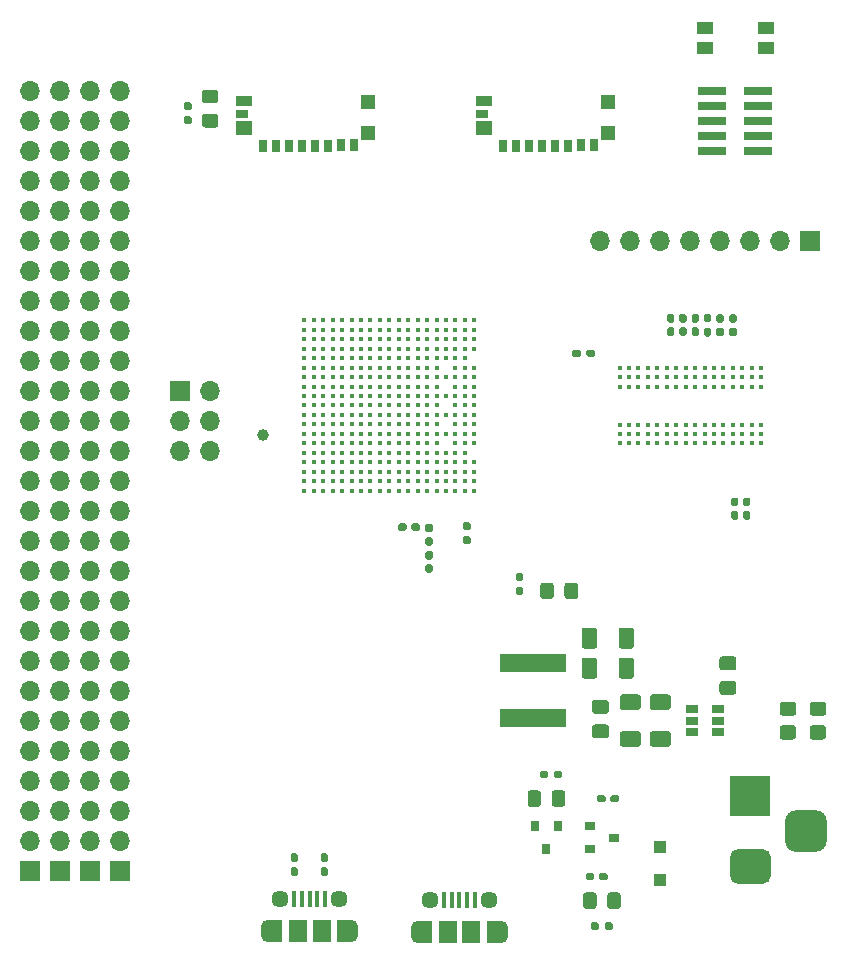
<source format=gbr>
%TF.GenerationSoftware,KiCad,Pcbnew,(5.1.8-0-10_14)*%
%TF.CreationDate,2020-12-08T12:39:33+00:00*%
%TF.ProjectId,STM32MP1_TestBoard,53544d33-324d-4503-915f-54657374426f,rev?*%
%TF.SameCoordinates,Original*%
%TF.FileFunction,Soldermask,Top*%
%TF.FilePolarity,Negative*%
%FSLAX46Y46*%
G04 Gerber Fmt 4.6, Leading zero omitted, Abs format (unit mm)*
G04 Created by KiCad (PCBNEW (5.1.8-0-10_14)) date 2020-12-08 12:39:33*
%MOMM*%
%LPD*%
G01*
G04 APERTURE LIST*
%ADD10O,1.700000X1.700000*%
%ADD11R,1.700000X1.700000*%
%ADD12C,0.400000*%
%ADD13C,1.000000*%
%ADD14R,3.500000X3.500000*%
%ADD15R,1.100000X1.100000*%
%ADD16R,1.200000X1.900000*%
%ADD17O,1.200000X1.900000*%
%ADD18R,1.500000X1.900000*%
%ADD19C,1.450000*%
%ADD20R,0.400000X1.350000*%
%ADD21R,1.060000X0.650000*%
%ADD22R,0.900000X0.800000*%
%ADD23R,1.450000X1.000000*%
%ADD24R,0.800000X0.900000*%
%ADD25R,5.700000X1.600000*%
%ADD26R,1.000000X0.700000*%
%ADD27R,1.400000X0.900000*%
%ADD28R,1.400000X1.200000*%
%ADD29R,1.200000X1.150000*%
%ADD30R,0.700000X1.000000*%
%ADD31R,2.400000X0.740000*%
G04 APERTURE END LIST*
D10*
%TO.C,J7*%
X177800000Y-88900000D03*
X180340000Y-88900000D03*
X182880000Y-88900000D03*
X185420000Y-88900000D03*
X187960000Y-88900000D03*
X190500000Y-88900000D03*
X193040000Y-88900000D03*
D11*
X195580000Y-88900000D03*
%TD*%
D12*
%TO.C,U1*%
X167131000Y-110057000D03*
X167131000Y-109257000D03*
X167131000Y-108457000D03*
X167131000Y-107657000D03*
X167131000Y-106057000D03*
X167131000Y-105257000D03*
X167131000Y-104457000D03*
X167131000Y-103657000D03*
X167131000Y-102857000D03*
X167131000Y-102057000D03*
X167131000Y-101257000D03*
X167131000Y-100457000D03*
X167131000Y-99657000D03*
X167131000Y-98057000D03*
X167131000Y-97257000D03*
X167131000Y-96457000D03*
X167131000Y-95657000D03*
X166331000Y-110057000D03*
X166331000Y-109257000D03*
X166331000Y-108457000D03*
X166331000Y-107657000D03*
X166331000Y-106857000D03*
X166331000Y-106057000D03*
X166331000Y-105257000D03*
X166331000Y-104457000D03*
X166331000Y-103657000D03*
X166331000Y-102857000D03*
X166331000Y-102057000D03*
X166331000Y-101257000D03*
X166331000Y-100457000D03*
X166331000Y-99657000D03*
X166331000Y-98857000D03*
X166331000Y-98057000D03*
X166331000Y-97257000D03*
X166331000Y-96457000D03*
X166331000Y-95657000D03*
X165531000Y-110057000D03*
X165531000Y-109257000D03*
X165531000Y-108457000D03*
X165531000Y-107657000D03*
X165531000Y-106857000D03*
X165531000Y-106057000D03*
X165531000Y-105257000D03*
X165531000Y-104457000D03*
X165531000Y-103657000D03*
X165531000Y-102857000D03*
X165531000Y-102057000D03*
X165531000Y-101257000D03*
X165531000Y-100457000D03*
X165531000Y-99657000D03*
X165531000Y-98857000D03*
X165531000Y-98057000D03*
X165531000Y-97257000D03*
X165531000Y-96457000D03*
X165531000Y-95657000D03*
X164731000Y-110057000D03*
X164731000Y-109257000D03*
X164731000Y-108457000D03*
X164731000Y-107657000D03*
X164731000Y-106857000D03*
X164731000Y-105257000D03*
X164731000Y-103657000D03*
X164731000Y-102057000D03*
X164731000Y-100457000D03*
X164731000Y-98857000D03*
X164731000Y-98057000D03*
X164731000Y-97257000D03*
X164731000Y-96457000D03*
X164731000Y-95657000D03*
X163931000Y-110057000D03*
X163931000Y-109257000D03*
X163931000Y-108457000D03*
X163931000Y-107657000D03*
X163931000Y-106857000D03*
X163931000Y-106057000D03*
X163931000Y-105257000D03*
X163931000Y-104457000D03*
X163931000Y-103657000D03*
X163931000Y-102857000D03*
X163931000Y-102057000D03*
X163931000Y-101257000D03*
X163931000Y-100457000D03*
X163931000Y-99657000D03*
X163931000Y-98857000D03*
X163931000Y-98057000D03*
X163931000Y-97257000D03*
X163931000Y-96457000D03*
X163931000Y-95657000D03*
X163131000Y-110057000D03*
X163131000Y-109257000D03*
X163131000Y-108457000D03*
X163131000Y-107657000D03*
X163131000Y-106857000D03*
X163131000Y-106057000D03*
X163131000Y-105257000D03*
X163131000Y-104457000D03*
X163131000Y-103657000D03*
X163131000Y-102857000D03*
X163131000Y-102057000D03*
X163131000Y-101257000D03*
X163131000Y-100457000D03*
X163131000Y-99657000D03*
X163131000Y-98857000D03*
X163131000Y-98057000D03*
X163131000Y-97257000D03*
X163131000Y-96457000D03*
X163131000Y-95657000D03*
X162331000Y-110057000D03*
X162331000Y-109257000D03*
X162331000Y-108457000D03*
X162331000Y-107657000D03*
X162331000Y-106857000D03*
X162331000Y-106057000D03*
X162331000Y-105257000D03*
X162331000Y-104457000D03*
X162331000Y-103657000D03*
X162331000Y-102857000D03*
X162331000Y-102057000D03*
X162331000Y-101257000D03*
X162331000Y-100457000D03*
X162331000Y-99657000D03*
X162331000Y-98857000D03*
X162331000Y-98057000D03*
X162331000Y-97257000D03*
X162331000Y-96457000D03*
X162331000Y-95657000D03*
X161531000Y-110057000D03*
X161531000Y-109257000D03*
X161531000Y-108457000D03*
X161531000Y-107657000D03*
X161531000Y-106857000D03*
X161531000Y-106057000D03*
X161531000Y-105257000D03*
X161531000Y-104457000D03*
X161531000Y-103657000D03*
X161531000Y-102857000D03*
X161531000Y-102057000D03*
X161531000Y-101257000D03*
X161531000Y-100457000D03*
X161531000Y-99657000D03*
X161531000Y-98857000D03*
X161531000Y-98057000D03*
X161531000Y-97257000D03*
X161531000Y-96457000D03*
X161531000Y-95657000D03*
X160731000Y-110057000D03*
X160731000Y-109257000D03*
X160731000Y-108457000D03*
X160731000Y-107657000D03*
X160731000Y-106857000D03*
X160731000Y-106057000D03*
X160731000Y-105257000D03*
X160731000Y-104457000D03*
X160731000Y-103657000D03*
X160731000Y-102857000D03*
X160731000Y-102057000D03*
X160731000Y-101257000D03*
X160731000Y-100457000D03*
X160731000Y-99657000D03*
X160731000Y-98857000D03*
X160731000Y-98057000D03*
X160731000Y-97257000D03*
X160731000Y-96457000D03*
X160731000Y-95657000D03*
X159931000Y-110057000D03*
X159931000Y-109257000D03*
X159931000Y-108457000D03*
X159931000Y-107657000D03*
X159931000Y-106857000D03*
X159931000Y-106057000D03*
X159931000Y-105257000D03*
X159931000Y-104457000D03*
X159931000Y-103657000D03*
X159931000Y-102857000D03*
X159931000Y-102057000D03*
X159931000Y-101257000D03*
X159931000Y-100457000D03*
X159931000Y-99657000D03*
X159931000Y-98857000D03*
X159931000Y-98057000D03*
X159931000Y-97257000D03*
X159931000Y-96457000D03*
X159931000Y-95657000D03*
X159131000Y-110057000D03*
X159131000Y-109257000D03*
X159131000Y-108457000D03*
X159131000Y-107657000D03*
X159131000Y-106857000D03*
X159131000Y-106057000D03*
X159131000Y-105257000D03*
X159131000Y-104457000D03*
X159131000Y-103657000D03*
X159131000Y-102857000D03*
X159131000Y-102057000D03*
X159131000Y-101257000D03*
X159131000Y-100457000D03*
X159131000Y-99657000D03*
X159131000Y-98857000D03*
X159131000Y-98057000D03*
X159131000Y-97257000D03*
X159131000Y-96457000D03*
X159131000Y-95657000D03*
X158331000Y-110057000D03*
X158331000Y-109257000D03*
X158331000Y-108457000D03*
X158331000Y-107657000D03*
X158331000Y-106857000D03*
X158331000Y-106057000D03*
X158331000Y-105257000D03*
X158331000Y-104457000D03*
X158331000Y-103657000D03*
X158331000Y-102857000D03*
X158331000Y-102057000D03*
X158331000Y-101257000D03*
X158331000Y-100457000D03*
X158331000Y-99657000D03*
X158331000Y-98857000D03*
X158331000Y-98057000D03*
X158331000Y-97257000D03*
X158331000Y-96457000D03*
X158331000Y-95657000D03*
X157531000Y-110057000D03*
X157531000Y-109257000D03*
X157531000Y-108457000D03*
X157531000Y-107657000D03*
X157531000Y-106857000D03*
X157531000Y-106057000D03*
X157531000Y-105257000D03*
X157531000Y-104457000D03*
X157531000Y-103657000D03*
X157531000Y-102857000D03*
X157531000Y-102057000D03*
X157531000Y-101257000D03*
X157531000Y-100457000D03*
X157531000Y-99657000D03*
X157531000Y-98857000D03*
X157531000Y-98057000D03*
X157531000Y-97257000D03*
X157531000Y-96457000D03*
X157531000Y-95657000D03*
X156731000Y-110057000D03*
X156731000Y-109257000D03*
X156731000Y-108457000D03*
X156731000Y-107657000D03*
X156731000Y-106857000D03*
X156731000Y-106057000D03*
X156731000Y-105257000D03*
X156731000Y-104457000D03*
X156731000Y-103657000D03*
X156731000Y-102857000D03*
X156731000Y-102057000D03*
X156731000Y-101257000D03*
X156731000Y-100457000D03*
X156731000Y-99657000D03*
X156731000Y-98857000D03*
X156731000Y-98057000D03*
X156731000Y-97257000D03*
X156731000Y-96457000D03*
X156731000Y-95657000D03*
X155931000Y-110057000D03*
X155931000Y-109257000D03*
X155931000Y-108457000D03*
X155931000Y-107657000D03*
X155931000Y-106857000D03*
X155931000Y-106057000D03*
X155931000Y-105257000D03*
X155931000Y-104457000D03*
X155931000Y-103657000D03*
X155931000Y-102857000D03*
X155931000Y-102057000D03*
X155931000Y-101257000D03*
X155931000Y-100457000D03*
X155931000Y-99657000D03*
X155931000Y-98857000D03*
X155931000Y-98057000D03*
X155931000Y-97257000D03*
X155931000Y-96457000D03*
X155931000Y-95657000D03*
X155131000Y-110057000D03*
X155131000Y-109257000D03*
X155131000Y-108457000D03*
X155131000Y-107657000D03*
X155131000Y-106857000D03*
X155131000Y-106057000D03*
X155131000Y-105257000D03*
X155131000Y-104457000D03*
X155131000Y-103657000D03*
X155131000Y-102857000D03*
X155131000Y-102057000D03*
X155131000Y-101257000D03*
X155131000Y-100457000D03*
X155131000Y-99657000D03*
X155131000Y-98857000D03*
X155131000Y-98057000D03*
X155131000Y-97257000D03*
X155131000Y-96457000D03*
X155131000Y-95657000D03*
X154331000Y-110057000D03*
X154331000Y-109257000D03*
X154331000Y-108457000D03*
X154331000Y-107657000D03*
X154331000Y-106857000D03*
X154331000Y-106057000D03*
X154331000Y-105257000D03*
X154331000Y-104457000D03*
X154331000Y-103657000D03*
X154331000Y-102857000D03*
X154331000Y-102057000D03*
X154331000Y-101257000D03*
X154331000Y-100457000D03*
X154331000Y-99657000D03*
X154331000Y-98857000D03*
X154331000Y-98057000D03*
X154331000Y-97257000D03*
X154331000Y-96457000D03*
X154331000Y-95657000D03*
X153531000Y-110057000D03*
X153531000Y-109257000D03*
X153531000Y-108457000D03*
X153531000Y-107657000D03*
X153531000Y-106857000D03*
X153531000Y-106057000D03*
X153531000Y-105257000D03*
X153531000Y-104457000D03*
X153531000Y-103657000D03*
X153531000Y-102857000D03*
X153531000Y-102057000D03*
X153531000Y-101257000D03*
X153531000Y-100457000D03*
X153531000Y-99657000D03*
X153531000Y-98857000D03*
X153531000Y-98057000D03*
X153531000Y-97257000D03*
X153531000Y-96457000D03*
X153531000Y-95657000D03*
X152731000Y-110057000D03*
X152731000Y-109257000D03*
X152731000Y-108457000D03*
X152731000Y-107657000D03*
X152731000Y-106857000D03*
X152731000Y-106057000D03*
X152731000Y-105257000D03*
X152731000Y-104457000D03*
X152731000Y-103657000D03*
X152731000Y-102857000D03*
X152731000Y-102057000D03*
X152731000Y-101257000D03*
X152731000Y-100457000D03*
X152731000Y-99657000D03*
X152731000Y-98857000D03*
X152731000Y-98057000D03*
X152731000Y-97257000D03*
X152731000Y-96457000D03*
X152731000Y-95657000D03*
%TD*%
D13*
%TO.C,TP1*%
X149199600Y-105359200D03*
%TD*%
%TO.C,R20*%
G36*
G01*
X171102000Y-117743000D02*
X170782000Y-117743000D01*
G75*
G02*
X170622000Y-117583000I0J160000D01*
G01*
X170622000Y-117188000D01*
G75*
G02*
X170782000Y-117028000I160000J0D01*
G01*
X171102000Y-117028000D01*
G75*
G02*
X171262000Y-117188000I0J-160000D01*
G01*
X171262000Y-117583000D01*
G75*
G02*
X171102000Y-117743000I-160000J0D01*
G01*
G37*
G36*
G01*
X171102000Y-118938000D02*
X170782000Y-118938000D01*
G75*
G02*
X170622000Y-118778000I0J160000D01*
G01*
X170622000Y-118383000D01*
G75*
G02*
X170782000Y-118223000I160000J0D01*
G01*
X171102000Y-118223000D01*
G75*
G02*
X171262000Y-118383000I0J-160000D01*
G01*
X171262000Y-118778000D01*
G75*
G02*
X171102000Y-118938000I-160000J0D01*
G01*
G37*
%TD*%
%TO.C,R19*%
G36*
G01*
X177687000Y-146779000D02*
X177687000Y-147099000D01*
G75*
G02*
X177527000Y-147259000I-160000J0D01*
G01*
X177132000Y-147259000D01*
G75*
G02*
X176972000Y-147099000I0J160000D01*
G01*
X176972000Y-146779000D01*
G75*
G02*
X177132000Y-146619000I160000J0D01*
G01*
X177527000Y-146619000D01*
G75*
G02*
X177687000Y-146779000I0J-160000D01*
G01*
G37*
G36*
G01*
X178882000Y-146779000D02*
X178882000Y-147099000D01*
G75*
G02*
X178722000Y-147259000I-160000J0D01*
G01*
X178327000Y-147259000D01*
G75*
G02*
X178167000Y-147099000I0J160000D01*
G01*
X178167000Y-146779000D01*
G75*
G02*
X178327000Y-146619000I160000J0D01*
G01*
X178722000Y-146619000D01*
G75*
G02*
X178882000Y-146779000I0J-160000D01*
G01*
G37*
%TD*%
%TO.C,R18*%
G36*
G01*
X173369000Y-133952000D02*
X173369000Y-134272000D01*
G75*
G02*
X173209000Y-134432000I-160000J0D01*
G01*
X172814000Y-134432000D01*
G75*
G02*
X172654000Y-134272000I0J160000D01*
G01*
X172654000Y-133952000D01*
G75*
G02*
X172814000Y-133792000I160000J0D01*
G01*
X173209000Y-133792000D01*
G75*
G02*
X173369000Y-133952000I0J-160000D01*
G01*
G37*
G36*
G01*
X174564000Y-133952000D02*
X174564000Y-134272000D01*
G75*
G02*
X174404000Y-134432000I-160000J0D01*
G01*
X174009000Y-134432000D01*
G75*
G02*
X173849000Y-134272000I0J160000D01*
G01*
X173849000Y-133952000D01*
G75*
G02*
X174009000Y-133792000I160000J0D01*
G01*
X174404000Y-133792000D01*
G75*
G02*
X174564000Y-133952000I0J-160000D01*
G01*
G37*
%TD*%
%TO.C,D5*%
G36*
G01*
X174757500Y-119004501D02*
X174757500Y-118104499D01*
G75*
G02*
X175007499Y-117854500I249999J0D01*
G01*
X175657501Y-117854500D01*
G75*
G02*
X175907500Y-118104499I0J-249999D01*
G01*
X175907500Y-119004501D01*
G75*
G02*
X175657501Y-119254500I-249999J0D01*
G01*
X175007499Y-119254500D01*
G75*
G02*
X174757500Y-119004501I0J249999D01*
G01*
G37*
G36*
G01*
X172707500Y-119004501D02*
X172707500Y-118104499D01*
G75*
G02*
X172957499Y-117854500I249999J0D01*
G01*
X173607501Y-117854500D01*
G75*
G02*
X173857500Y-118104499I0J-249999D01*
G01*
X173857500Y-119004501D01*
G75*
G02*
X173607501Y-119254500I-249999J0D01*
G01*
X172957499Y-119254500D01*
G75*
G02*
X172707500Y-119004501I0J249999D01*
G01*
G37*
%TD*%
%TO.C,D4*%
G36*
G01*
X177477000Y-144329999D02*
X177477000Y-145230001D01*
G75*
G02*
X177227001Y-145480000I-249999J0D01*
G01*
X176576999Y-145480000D01*
G75*
G02*
X176327000Y-145230001I0J249999D01*
G01*
X176327000Y-144329999D01*
G75*
G02*
X176576999Y-144080000I249999J0D01*
G01*
X177227001Y-144080000D01*
G75*
G02*
X177477000Y-144329999I0J-249999D01*
G01*
G37*
G36*
G01*
X179527000Y-144329999D02*
X179527000Y-145230001D01*
G75*
G02*
X179277001Y-145480000I-249999J0D01*
G01*
X178626999Y-145480000D01*
G75*
G02*
X178377000Y-145230001I0J249999D01*
G01*
X178377000Y-144329999D01*
G75*
G02*
X178626999Y-144080000I249999J0D01*
G01*
X179277001Y-144080000D01*
G75*
G02*
X179527000Y-144329999I0J-249999D01*
G01*
G37*
%TD*%
%TO.C,D3*%
G36*
G01*
X172778000Y-135693999D02*
X172778000Y-136594001D01*
G75*
G02*
X172528001Y-136844000I-249999J0D01*
G01*
X171877999Y-136844000D01*
G75*
G02*
X171628000Y-136594001I0J249999D01*
G01*
X171628000Y-135693999D01*
G75*
G02*
X171877999Y-135444000I249999J0D01*
G01*
X172528001Y-135444000D01*
G75*
G02*
X172778000Y-135693999I0J-249999D01*
G01*
G37*
G36*
G01*
X174828000Y-135693999D02*
X174828000Y-136594001D01*
G75*
G02*
X174578001Y-136844000I-249999J0D01*
G01*
X173927999Y-136844000D01*
G75*
G02*
X173678000Y-136594001I0J249999D01*
G01*
X173678000Y-135693999D01*
G75*
G02*
X173927999Y-135444000I249999J0D01*
G01*
X174578001Y-135444000D01*
G75*
G02*
X174828000Y-135693999I0J-249999D01*
G01*
G37*
%TD*%
%TO.C,J9*%
G36*
G01*
X196075000Y-140640000D02*
X194325000Y-140640000D01*
G75*
G02*
X193450000Y-139765000I0J875000D01*
G01*
X193450000Y-138015000D01*
G75*
G02*
X194325000Y-137140000I875000J0D01*
G01*
X196075000Y-137140000D01*
G75*
G02*
X196950000Y-138015000I0J-875000D01*
G01*
X196950000Y-139765000D01*
G75*
G02*
X196075000Y-140640000I-875000J0D01*
G01*
G37*
G36*
G01*
X191500000Y-143390000D02*
X189500000Y-143390000D01*
G75*
G02*
X188750000Y-142640000I0J750000D01*
G01*
X188750000Y-141140000D01*
G75*
G02*
X189500000Y-140390000I750000J0D01*
G01*
X191500000Y-140390000D01*
G75*
G02*
X192250000Y-141140000I0J-750000D01*
G01*
X192250000Y-142640000D01*
G75*
G02*
X191500000Y-143390000I-750000J0D01*
G01*
G37*
D14*
X190500000Y-135890000D03*
%TD*%
D15*
%TO.C,D2*%
X182880000Y-143005000D03*
X182880000Y-140205000D03*
%TD*%
%TO.C,C57*%
G36*
G01*
X185981400Y-96972400D02*
X185671400Y-96972400D01*
G75*
G02*
X185516400Y-96817400I0J155000D01*
G01*
X185516400Y-96392400D01*
G75*
G02*
X185671400Y-96237400I155000J0D01*
G01*
X185981400Y-96237400D01*
G75*
G02*
X186136400Y-96392400I0J-155000D01*
G01*
X186136400Y-96817400D01*
G75*
G02*
X185981400Y-96972400I-155000J0D01*
G01*
G37*
G36*
G01*
X185981400Y-95837400D02*
X185671400Y-95837400D01*
G75*
G02*
X185516400Y-95682400I0J155000D01*
G01*
X185516400Y-95257400D01*
G75*
G02*
X185671400Y-95102400I155000J0D01*
G01*
X185981400Y-95102400D01*
G75*
G02*
X186136400Y-95257400I0J-155000D01*
G01*
X186136400Y-95682400D01*
G75*
G02*
X185981400Y-95837400I-155000J0D01*
G01*
G37*
%TD*%
%TO.C,C40*%
G36*
G01*
X189024200Y-110647200D02*
X189334200Y-110647200D01*
G75*
G02*
X189489200Y-110802200I0J-155000D01*
G01*
X189489200Y-111227200D01*
G75*
G02*
X189334200Y-111382200I-155000J0D01*
G01*
X189024200Y-111382200D01*
G75*
G02*
X188869200Y-111227200I0J155000D01*
G01*
X188869200Y-110802200D01*
G75*
G02*
X189024200Y-110647200I155000J0D01*
G01*
G37*
G36*
G01*
X189024200Y-111782200D02*
X189334200Y-111782200D01*
G75*
G02*
X189489200Y-111937200I0J-155000D01*
G01*
X189489200Y-112362200D01*
G75*
G02*
X189334200Y-112517200I-155000J0D01*
G01*
X189024200Y-112517200D01*
G75*
G02*
X188869200Y-112362200I0J155000D01*
G01*
X188869200Y-111937200D01*
G75*
G02*
X189024200Y-111782200I155000J0D01*
G01*
G37*
%TD*%
%TO.C,R15*%
G36*
G01*
X175422600Y-98610400D02*
X175422600Y-98290400D01*
G75*
G02*
X175582600Y-98130400I160000J0D01*
G01*
X175977600Y-98130400D01*
G75*
G02*
X176137600Y-98290400I0J-160000D01*
G01*
X176137600Y-98610400D01*
G75*
G02*
X175977600Y-98770400I-160000J0D01*
G01*
X175582600Y-98770400D01*
G75*
G02*
X175422600Y-98610400I0J160000D01*
G01*
G37*
G36*
G01*
X176617600Y-98610400D02*
X176617600Y-98290400D01*
G75*
G02*
X176777600Y-98130400I160000J0D01*
G01*
X177172600Y-98130400D01*
G75*
G02*
X177332600Y-98290400I0J-160000D01*
G01*
X177332600Y-98610400D01*
G75*
G02*
X177172600Y-98770400I-160000J0D01*
G01*
X176777600Y-98770400D01*
G75*
G02*
X176617600Y-98610400I0J160000D01*
G01*
G37*
%TD*%
%TO.C,C62*%
G36*
G01*
X183898600Y-96972400D02*
X183588600Y-96972400D01*
G75*
G02*
X183433600Y-96817400I0J155000D01*
G01*
X183433600Y-96392400D01*
G75*
G02*
X183588600Y-96237400I155000J0D01*
G01*
X183898600Y-96237400D01*
G75*
G02*
X184053600Y-96392400I0J-155000D01*
G01*
X184053600Y-96817400D01*
G75*
G02*
X183898600Y-96972400I-155000J0D01*
G01*
G37*
G36*
G01*
X183898600Y-95837400D02*
X183588600Y-95837400D01*
G75*
G02*
X183433600Y-95682400I0J155000D01*
G01*
X183433600Y-95257400D01*
G75*
G02*
X183588600Y-95102400I155000J0D01*
G01*
X183898600Y-95102400D01*
G75*
G02*
X184053600Y-95257400I0J-155000D01*
G01*
X184053600Y-95682400D01*
G75*
G02*
X183898600Y-95837400I-155000J0D01*
G01*
G37*
%TD*%
D12*
%TO.C,U2*%
X191420000Y-99670000D03*
X191420000Y-100470000D03*
X191420000Y-101270000D03*
X191420000Y-104470000D03*
X191420000Y-105270000D03*
X191420000Y-106070000D03*
X190620000Y-99670000D03*
X190620000Y-100470000D03*
X190620000Y-101270000D03*
X190620000Y-104470000D03*
X190620000Y-105270000D03*
X190620000Y-106070000D03*
X189820000Y-99670000D03*
X189820000Y-100470000D03*
X189820000Y-101270000D03*
X189820000Y-104470000D03*
X189820000Y-105270000D03*
X189820000Y-106070000D03*
X189020000Y-99670000D03*
X189020000Y-100470000D03*
X189020000Y-101270000D03*
X189020000Y-104470000D03*
X189020000Y-105270000D03*
X189020000Y-106070000D03*
X188220000Y-99670000D03*
X188220000Y-100470000D03*
X188220000Y-101270000D03*
X188220000Y-104470000D03*
X188220000Y-105270000D03*
X188220000Y-106070000D03*
X187420000Y-99670000D03*
X187420000Y-100470000D03*
X187420000Y-101270000D03*
X187420000Y-104470000D03*
X187420000Y-105270000D03*
X187420000Y-106070000D03*
X186620000Y-99670000D03*
X186620000Y-100470000D03*
X186620000Y-101270000D03*
X186620000Y-104470000D03*
X186620000Y-105270000D03*
X186620000Y-106070000D03*
X185820000Y-99670000D03*
X185820000Y-100470000D03*
X185820000Y-101270000D03*
X185820000Y-104470000D03*
X185820000Y-105270000D03*
X185820000Y-106070000D03*
X185020000Y-99670000D03*
X185020000Y-100470000D03*
X185020000Y-101270000D03*
X185020000Y-104470000D03*
X185020000Y-105270000D03*
X185020000Y-106070000D03*
X184220000Y-99670000D03*
X184220000Y-100470000D03*
X184220000Y-101270000D03*
X184220000Y-104470000D03*
X184220000Y-105270000D03*
X184220000Y-106070000D03*
X183420000Y-99670000D03*
X183420000Y-100470000D03*
X183420000Y-101270000D03*
X183420000Y-104470000D03*
X183420000Y-105270000D03*
X183420000Y-106070000D03*
X182620000Y-99670000D03*
X182620000Y-100470000D03*
X182620000Y-101270000D03*
X182620000Y-104470000D03*
X182620000Y-105270000D03*
X182620000Y-106070000D03*
X181820000Y-99670000D03*
X181820000Y-100470000D03*
X181820000Y-101270000D03*
X181820000Y-104470000D03*
X181820000Y-105270000D03*
X181820000Y-106070000D03*
X181020000Y-99670000D03*
X181020000Y-100470000D03*
X181020000Y-101270000D03*
X181020000Y-104470000D03*
X181020000Y-105270000D03*
X181020000Y-106070000D03*
X180220000Y-99670000D03*
X180220000Y-100470000D03*
X180220000Y-101270000D03*
X180220000Y-104470000D03*
X180220000Y-105270000D03*
X180220000Y-106070000D03*
X179420000Y-99670000D03*
X179420000Y-100470000D03*
X179420000Y-101270000D03*
X179420000Y-104470000D03*
X179420000Y-105270000D03*
X179420000Y-106070000D03*
%TD*%
%TO.C,C36*%
G36*
G01*
X189181800Y-96997800D02*
X188871800Y-96997800D01*
G75*
G02*
X188716800Y-96842800I0J155000D01*
G01*
X188716800Y-96417800D01*
G75*
G02*
X188871800Y-96262800I155000J0D01*
G01*
X189181800Y-96262800D01*
G75*
G02*
X189336800Y-96417800I0J-155000D01*
G01*
X189336800Y-96842800D01*
G75*
G02*
X189181800Y-96997800I-155000J0D01*
G01*
G37*
G36*
G01*
X189181800Y-95862800D02*
X188871800Y-95862800D01*
G75*
G02*
X188716800Y-95707800I0J155000D01*
G01*
X188716800Y-95282800D01*
G75*
G02*
X188871800Y-95127800I155000J0D01*
G01*
X189181800Y-95127800D01*
G75*
G02*
X189336800Y-95282800I0J-155000D01*
G01*
X189336800Y-95707800D01*
G75*
G02*
X189181800Y-95862800I-155000J0D01*
G01*
G37*
%TD*%
%TO.C,C52*%
G36*
G01*
X188089600Y-96997800D02*
X187779600Y-96997800D01*
G75*
G02*
X187624600Y-96842800I0J155000D01*
G01*
X187624600Y-96417800D01*
G75*
G02*
X187779600Y-96262800I155000J0D01*
G01*
X188089600Y-96262800D01*
G75*
G02*
X188244600Y-96417800I0J-155000D01*
G01*
X188244600Y-96842800D01*
G75*
G02*
X188089600Y-96997800I-155000J0D01*
G01*
G37*
G36*
G01*
X188089600Y-95862800D02*
X187779600Y-95862800D01*
G75*
G02*
X187624600Y-95707800I0J155000D01*
G01*
X187624600Y-95282800D01*
G75*
G02*
X187779600Y-95127800I155000J0D01*
G01*
X188089600Y-95127800D01*
G75*
G02*
X188244600Y-95282800I0J-155000D01*
G01*
X188244600Y-95707800D01*
G75*
G02*
X188089600Y-95862800I-155000J0D01*
G01*
G37*
%TD*%
%TO.C,C42*%
G36*
G01*
X190040200Y-110647200D02*
X190350200Y-110647200D01*
G75*
G02*
X190505200Y-110802200I0J-155000D01*
G01*
X190505200Y-111227200D01*
G75*
G02*
X190350200Y-111382200I-155000J0D01*
G01*
X190040200Y-111382200D01*
G75*
G02*
X189885200Y-111227200I0J155000D01*
G01*
X189885200Y-110802200D01*
G75*
G02*
X190040200Y-110647200I155000J0D01*
G01*
G37*
G36*
G01*
X190040200Y-111782200D02*
X190350200Y-111782200D01*
G75*
G02*
X190505200Y-111937200I0J-155000D01*
G01*
X190505200Y-112362200D01*
G75*
G02*
X190350200Y-112517200I-155000J0D01*
G01*
X190040200Y-112517200D01*
G75*
G02*
X189885200Y-112362200I0J155000D01*
G01*
X189885200Y-111937200D01*
G75*
G02*
X190040200Y-111782200I155000J0D01*
G01*
G37*
%TD*%
%TO.C,C65*%
G36*
G01*
X184940000Y-96972400D02*
X184630000Y-96972400D01*
G75*
G02*
X184475000Y-96817400I0J155000D01*
G01*
X184475000Y-96392400D01*
G75*
G02*
X184630000Y-96237400I155000J0D01*
G01*
X184940000Y-96237400D01*
G75*
G02*
X185095000Y-96392400I0J-155000D01*
G01*
X185095000Y-96817400D01*
G75*
G02*
X184940000Y-96972400I-155000J0D01*
G01*
G37*
G36*
G01*
X184940000Y-95837400D02*
X184630000Y-95837400D01*
G75*
G02*
X184475000Y-95682400I0J155000D01*
G01*
X184475000Y-95257400D01*
G75*
G02*
X184630000Y-95102400I155000J0D01*
G01*
X184940000Y-95102400D01*
G75*
G02*
X185095000Y-95257400I0J-155000D01*
G01*
X185095000Y-95682400D01*
G75*
G02*
X184940000Y-95837400I-155000J0D01*
G01*
G37*
%TD*%
%TO.C,R52*%
G36*
G01*
X187027800Y-97017800D02*
X186707800Y-97017800D01*
G75*
G02*
X186547800Y-96857800I0J160000D01*
G01*
X186547800Y-96462800D01*
G75*
G02*
X186707800Y-96302800I160000J0D01*
G01*
X187027800Y-96302800D01*
G75*
G02*
X187187800Y-96462800I0J-160000D01*
G01*
X187187800Y-96857800D01*
G75*
G02*
X187027800Y-97017800I-160000J0D01*
G01*
G37*
G36*
G01*
X187027800Y-95822800D02*
X186707800Y-95822800D01*
G75*
G02*
X186547800Y-95662800I0J160000D01*
G01*
X186547800Y-95267800D01*
G75*
G02*
X186707800Y-95107800I160000J0D01*
G01*
X187027800Y-95107800D01*
G75*
G02*
X187187800Y-95267800I0J-160000D01*
G01*
X187187800Y-95662800D01*
G75*
G02*
X187027800Y-95822800I-160000J0D01*
G01*
G37*
%TD*%
%TO.C,R17*%
G36*
G01*
X154272000Y-141972000D02*
X154592000Y-141972000D01*
G75*
G02*
X154752000Y-142132000I0J-160000D01*
G01*
X154752000Y-142527000D01*
G75*
G02*
X154592000Y-142687000I-160000J0D01*
G01*
X154272000Y-142687000D01*
G75*
G02*
X154112000Y-142527000I0J160000D01*
G01*
X154112000Y-142132000D01*
G75*
G02*
X154272000Y-141972000I160000J0D01*
G01*
G37*
G36*
G01*
X154272000Y-140777000D02*
X154592000Y-140777000D01*
G75*
G02*
X154752000Y-140937000I0J-160000D01*
G01*
X154752000Y-141332000D01*
G75*
G02*
X154592000Y-141492000I-160000J0D01*
G01*
X154272000Y-141492000D01*
G75*
G02*
X154112000Y-141332000I0J160000D01*
G01*
X154112000Y-140937000D01*
G75*
G02*
X154272000Y-140777000I160000J0D01*
G01*
G37*
%TD*%
%TO.C,R16*%
G36*
G01*
X151732000Y-141972000D02*
X152052000Y-141972000D01*
G75*
G02*
X152212000Y-142132000I0J-160000D01*
G01*
X152212000Y-142527000D01*
G75*
G02*
X152052000Y-142687000I-160000J0D01*
G01*
X151732000Y-142687000D01*
G75*
G02*
X151572000Y-142527000I0J160000D01*
G01*
X151572000Y-142132000D01*
G75*
G02*
X151732000Y-141972000I160000J0D01*
G01*
G37*
G36*
G01*
X151732000Y-140777000D02*
X152052000Y-140777000D01*
G75*
G02*
X152212000Y-140937000I0J-160000D01*
G01*
X152212000Y-141332000D01*
G75*
G02*
X152052000Y-141492000I-160000J0D01*
G01*
X151732000Y-141492000D01*
G75*
G02*
X151572000Y-141332000I0J160000D01*
G01*
X151572000Y-140937000D01*
G75*
G02*
X151732000Y-140777000I160000J0D01*
G01*
G37*
%TD*%
D16*
%TO.C,J8*%
X150287400Y-147338300D03*
X156087400Y-147338300D03*
D17*
X156687400Y-147338300D03*
X149687400Y-147338300D03*
D18*
X152187400Y-147338300D03*
D19*
X155687400Y-144638300D03*
D20*
X153187400Y-144638300D03*
X153837400Y-144638300D03*
X154487400Y-144638300D03*
X151887400Y-144638300D03*
X152537400Y-144638300D03*
D19*
X150687400Y-144638300D03*
D18*
X154187400Y-147338300D03*
%TD*%
D10*
%TO.C,J5*%
X144780000Y-106680000D03*
X142240000Y-106680000D03*
X144780000Y-104140000D03*
X142240000Y-104140000D03*
X144780000Y-101600000D03*
D11*
X142240000Y-101600000D03*
%TD*%
D10*
%TO.C,J4*%
X129540000Y-76200000D03*
X129540000Y-78740000D03*
X129540000Y-81280000D03*
X129540000Y-83820000D03*
X129540000Y-86360000D03*
X129540000Y-88900000D03*
X129540000Y-91440000D03*
X129540000Y-93980000D03*
X129540000Y-96520000D03*
X129540000Y-99060000D03*
X129540000Y-101600000D03*
X129540000Y-104140000D03*
X129540000Y-106680000D03*
X129540000Y-109220000D03*
X129540000Y-111760000D03*
X129540000Y-114300000D03*
X129540000Y-116840000D03*
X129540000Y-119380000D03*
X129540000Y-121920000D03*
X129540000Y-124460000D03*
X129540000Y-127000000D03*
X129540000Y-129540000D03*
X129540000Y-132080000D03*
X129540000Y-134620000D03*
X129540000Y-137160000D03*
X129540000Y-139700000D03*
D11*
X129540000Y-142240000D03*
%TD*%
D10*
%TO.C,J3*%
X132080000Y-76200000D03*
X132080000Y-78740000D03*
X132080000Y-81280000D03*
X132080000Y-83820000D03*
X132080000Y-86360000D03*
X132080000Y-88900000D03*
X132080000Y-91440000D03*
X132080000Y-93980000D03*
X132080000Y-96520000D03*
X132080000Y-99060000D03*
X132080000Y-101600000D03*
X132080000Y-104140000D03*
X132080000Y-106680000D03*
X132080000Y-109220000D03*
X132080000Y-111760000D03*
X132080000Y-114300000D03*
X132080000Y-116840000D03*
X132080000Y-119380000D03*
X132080000Y-121920000D03*
X132080000Y-124460000D03*
X132080000Y-127000000D03*
X132080000Y-129540000D03*
X132080000Y-132080000D03*
X132080000Y-134620000D03*
X132080000Y-137160000D03*
X132080000Y-139700000D03*
D11*
X132080000Y-142240000D03*
%TD*%
D10*
%TO.C,J2*%
X134620000Y-76200000D03*
X134620000Y-78740000D03*
X134620000Y-81280000D03*
X134620000Y-83820000D03*
X134620000Y-86360000D03*
X134620000Y-88900000D03*
X134620000Y-91440000D03*
X134620000Y-93980000D03*
X134620000Y-96520000D03*
X134620000Y-99060000D03*
X134620000Y-101600000D03*
X134620000Y-104140000D03*
X134620000Y-106680000D03*
X134620000Y-109220000D03*
X134620000Y-111760000D03*
X134620000Y-114300000D03*
X134620000Y-116840000D03*
X134620000Y-119380000D03*
X134620000Y-121920000D03*
X134620000Y-124460000D03*
X134620000Y-127000000D03*
X134620000Y-129540000D03*
X134620000Y-132080000D03*
X134620000Y-134620000D03*
X134620000Y-137160000D03*
X134620000Y-139700000D03*
D11*
X134620000Y-142240000D03*
%TD*%
D10*
%TO.C,J1*%
X137160000Y-76200000D03*
X137160000Y-78740000D03*
X137160000Y-81280000D03*
X137160000Y-83820000D03*
X137160000Y-86360000D03*
X137160000Y-88900000D03*
X137160000Y-91440000D03*
X137160000Y-93980000D03*
X137160000Y-96520000D03*
X137160000Y-99060000D03*
X137160000Y-101600000D03*
X137160000Y-104140000D03*
X137160000Y-106680000D03*
X137160000Y-109220000D03*
X137160000Y-111760000D03*
X137160000Y-114300000D03*
X137160000Y-116840000D03*
X137160000Y-119380000D03*
X137160000Y-121920000D03*
X137160000Y-124460000D03*
X137160000Y-127000000D03*
X137160000Y-129540000D03*
X137160000Y-132080000D03*
X137160000Y-134620000D03*
X137160000Y-137160000D03*
X137160000Y-139700000D03*
D11*
X137160000Y-142240000D03*
%TD*%
%TO.C,C68*%
G36*
G01*
X163141600Y-112857000D02*
X163451600Y-112857000D01*
G75*
G02*
X163606600Y-113012000I0J-155000D01*
G01*
X163606600Y-113437000D01*
G75*
G02*
X163451600Y-113592000I-155000J0D01*
G01*
X163141600Y-113592000D01*
G75*
G02*
X162986600Y-113437000I0J155000D01*
G01*
X162986600Y-113012000D01*
G75*
G02*
X163141600Y-112857000I155000J0D01*
G01*
G37*
G36*
G01*
X163141600Y-113992000D02*
X163451600Y-113992000D01*
G75*
G02*
X163606600Y-114147000I0J-155000D01*
G01*
X163606600Y-114572000D01*
G75*
G02*
X163451600Y-114727000I-155000J0D01*
G01*
X163141600Y-114727000D01*
G75*
G02*
X162986600Y-114572000I0J155000D01*
G01*
X162986600Y-114147000D01*
G75*
G02*
X163141600Y-113992000I155000J0D01*
G01*
G37*
%TD*%
%TO.C,C9*%
G36*
G01*
X162529800Y-113002000D02*
X162529800Y-113312000D01*
G75*
G02*
X162374800Y-113467000I-155000J0D01*
G01*
X161949800Y-113467000D01*
G75*
G02*
X161794800Y-113312000I0J155000D01*
G01*
X161794800Y-113002000D01*
G75*
G02*
X161949800Y-112847000I155000J0D01*
G01*
X162374800Y-112847000D01*
G75*
G02*
X162529800Y-113002000I0J-155000D01*
G01*
G37*
G36*
G01*
X161394800Y-113002000D02*
X161394800Y-113312000D01*
G75*
G02*
X161239800Y-113467000I-155000J0D01*
G01*
X160814800Y-113467000D01*
G75*
G02*
X160659800Y-113312000I0J155000D01*
G01*
X160659800Y-113002000D01*
G75*
G02*
X160814800Y-112847000I155000J0D01*
G01*
X161239800Y-112847000D01*
G75*
G02*
X161394800Y-113002000I0J-155000D01*
G01*
G37*
%TD*%
%TO.C,C17*%
G36*
G01*
X163451600Y-117038400D02*
X163141600Y-117038400D01*
G75*
G02*
X162986600Y-116883400I0J155000D01*
G01*
X162986600Y-116458400D01*
G75*
G02*
X163141600Y-116303400I155000J0D01*
G01*
X163451600Y-116303400D01*
G75*
G02*
X163606600Y-116458400I0J-155000D01*
G01*
X163606600Y-116883400D01*
G75*
G02*
X163451600Y-117038400I-155000J0D01*
G01*
G37*
G36*
G01*
X163451600Y-115903400D02*
X163141600Y-115903400D01*
G75*
G02*
X162986600Y-115748400I0J155000D01*
G01*
X162986600Y-115323400D01*
G75*
G02*
X163141600Y-115168400I155000J0D01*
G01*
X163451600Y-115168400D01*
G75*
G02*
X163606600Y-115323400I0J-155000D01*
G01*
X163606600Y-115748400D01*
G75*
G02*
X163451600Y-115903400I-155000J0D01*
G01*
G37*
%TD*%
%TO.C,C5*%
G36*
G01*
X180990002Y-128640000D02*
X179689998Y-128640000D01*
G75*
G02*
X179440000Y-128390002I0J249998D01*
G01*
X179440000Y-127564998D01*
G75*
G02*
X179689998Y-127315000I249998J0D01*
G01*
X180990002Y-127315000D01*
G75*
G02*
X181240000Y-127564998I0J-249998D01*
G01*
X181240000Y-128390002D01*
G75*
G02*
X180990002Y-128640000I-249998J0D01*
G01*
G37*
G36*
G01*
X180990002Y-131765000D02*
X179689998Y-131765000D01*
G75*
G02*
X179440000Y-131515002I0J249998D01*
G01*
X179440000Y-130689998D01*
G75*
G02*
X179689998Y-130440000I249998J0D01*
G01*
X180990002Y-130440000D01*
G75*
G02*
X181240000Y-130689998I0J-249998D01*
G01*
X181240000Y-131515002D01*
G75*
G02*
X180990002Y-131765000I-249998J0D01*
G01*
G37*
%TD*%
D21*
%TO.C,U4*%
X187790000Y-129540000D03*
X187790000Y-128590000D03*
X187790000Y-130490000D03*
X185590000Y-130490000D03*
X185590000Y-129540000D03*
X185590000Y-128590000D03*
%TD*%
D22*
%TO.C,U3*%
X178927000Y-139446000D03*
X176927000Y-140396000D03*
X176927000Y-138496000D03*
%TD*%
D23*
%TO.C,SW2*%
X191805000Y-70930400D03*
X186655000Y-70930400D03*
X186655000Y-72630400D03*
X191805000Y-72630400D03*
%TD*%
%TO.C,R9*%
G36*
G01*
X142715000Y-78345000D02*
X143035000Y-78345000D01*
G75*
G02*
X143195000Y-78505000I0J-160000D01*
G01*
X143195000Y-78900000D01*
G75*
G02*
X143035000Y-79060000I-160000J0D01*
G01*
X142715000Y-79060000D01*
G75*
G02*
X142555000Y-78900000I0J160000D01*
G01*
X142555000Y-78505000D01*
G75*
G02*
X142715000Y-78345000I160000J0D01*
G01*
G37*
G36*
G01*
X142715000Y-77150000D02*
X143035000Y-77150000D01*
G75*
G02*
X143195000Y-77310000I0J-160000D01*
G01*
X143195000Y-77705000D01*
G75*
G02*
X143035000Y-77865000I-160000J0D01*
G01*
X142715000Y-77865000D01*
G75*
G02*
X142555000Y-77705000I0J160000D01*
G01*
X142555000Y-77310000D01*
G75*
G02*
X142715000Y-77150000I160000J0D01*
G01*
G37*
%TD*%
%TO.C,R8*%
G36*
G01*
X166657000Y-113425000D02*
X166337000Y-113425000D01*
G75*
G02*
X166177000Y-113265000I0J160000D01*
G01*
X166177000Y-112870000D01*
G75*
G02*
X166337000Y-112710000I160000J0D01*
G01*
X166657000Y-112710000D01*
G75*
G02*
X166817000Y-112870000I0J-160000D01*
G01*
X166817000Y-113265000D01*
G75*
G02*
X166657000Y-113425000I-160000J0D01*
G01*
G37*
G36*
G01*
X166657000Y-114620000D02*
X166337000Y-114620000D01*
G75*
G02*
X166177000Y-114460000I0J160000D01*
G01*
X166177000Y-114065000D01*
G75*
G02*
X166337000Y-113905000I160000J0D01*
G01*
X166657000Y-113905000D01*
G75*
G02*
X166817000Y-114065000I0J-160000D01*
G01*
X166817000Y-114460000D01*
G75*
G02*
X166657000Y-114620000I-160000J0D01*
G01*
G37*
%TD*%
%TO.C,R4*%
G36*
G01*
X194125001Y-129140000D02*
X193224999Y-129140000D01*
G75*
G02*
X192975000Y-128890001I0J249999D01*
G01*
X192975000Y-128189999D01*
G75*
G02*
X193224999Y-127940000I249999J0D01*
G01*
X194125001Y-127940000D01*
G75*
G02*
X194375000Y-128189999I0J-249999D01*
G01*
X194375000Y-128890001D01*
G75*
G02*
X194125001Y-129140000I-249999J0D01*
G01*
G37*
G36*
G01*
X194125001Y-131140000D02*
X193224999Y-131140000D01*
G75*
G02*
X192975000Y-130890001I0J249999D01*
G01*
X192975000Y-130189999D01*
G75*
G02*
X193224999Y-129940000I249999J0D01*
G01*
X194125001Y-129940000D01*
G75*
G02*
X194375000Y-130189999I0J-249999D01*
G01*
X194375000Y-130890001D01*
G75*
G02*
X194125001Y-131140000I-249999J0D01*
G01*
G37*
%TD*%
%TO.C,R3*%
G36*
G01*
X195764999Y-129940000D02*
X196665001Y-129940000D01*
G75*
G02*
X196915000Y-130189999I0J-249999D01*
G01*
X196915000Y-130890001D01*
G75*
G02*
X196665001Y-131140000I-249999J0D01*
G01*
X195764999Y-131140000D01*
G75*
G02*
X195515000Y-130890001I0J249999D01*
G01*
X195515000Y-130189999D01*
G75*
G02*
X195764999Y-129940000I249999J0D01*
G01*
G37*
G36*
G01*
X195764999Y-127940000D02*
X196665001Y-127940000D01*
G75*
G02*
X196915000Y-128189999I0J-249999D01*
G01*
X196915000Y-128890001D01*
G75*
G02*
X196665001Y-129140000I-249999J0D01*
G01*
X195764999Y-129140000D01*
G75*
G02*
X195515000Y-128890001I0J249999D01*
G01*
X195515000Y-128189999D01*
G75*
G02*
X195764999Y-127940000I249999J0D01*
G01*
G37*
%TD*%
D24*
%TO.C,Q1*%
X173228000Y-140446000D03*
X172278000Y-138446000D03*
X174178000Y-138446000D03*
%TD*%
D25*
%TO.C,L2*%
X172085000Y-124650000D03*
X172085000Y-129350000D03*
%TD*%
D16*
%TO.C,J14*%
X162962000Y-147414500D03*
X168762000Y-147414500D03*
D17*
X169362000Y-147414500D03*
X162362000Y-147414500D03*
D18*
X164862000Y-147414500D03*
D19*
X168362000Y-144714500D03*
D20*
X165862000Y-144714500D03*
X166512000Y-144714500D03*
X167162000Y-144714500D03*
X164562000Y-144714500D03*
X165212000Y-144714500D03*
D19*
X163362000Y-144714500D03*
D18*
X166862000Y-147414500D03*
%TD*%
D26*
%TO.C,J13*%
X147421600Y-78181200D03*
D27*
X147624800Y-77038200D03*
D28*
X147624800Y-79324200D03*
D29*
X158089600Y-77190600D03*
X158089600Y-79806800D03*
D30*
X156946600Y-80835500D03*
X155841700Y-80835500D03*
X154736800Y-80848200D03*
X153631900Y-80848200D03*
X152539700Y-80848200D03*
X151434800Y-80848200D03*
X150329900Y-80848200D03*
X149237700Y-80848200D03*
%TD*%
D26*
%TO.C,J12*%
X167741600Y-78181200D03*
D27*
X167944800Y-77038200D03*
D28*
X167944800Y-79324200D03*
D29*
X178409600Y-77190600D03*
X178409600Y-79806800D03*
D30*
X177266600Y-80835500D03*
X176161700Y-80835500D03*
X175056800Y-80848200D03*
X173951900Y-80848200D03*
X172859700Y-80848200D03*
X171754800Y-80848200D03*
X170649900Y-80848200D03*
X169557700Y-80848200D03*
%TD*%
D31*
%TO.C,J6*%
X187280000Y-76200000D03*
X191180000Y-76200000D03*
X187280000Y-77470000D03*
X191180000Y-77470000D03*
X187280000Y-78740000D03*
X191180000Y-78740000D03*
X187280000Y-80010000D03*
X191180000Y-80010000D03*
X187280000Y-81280000D03*
X191180000Y-81280000D03*
%TD*%
%TO.C,D1*%
G36*
G01*
X145204601Y-77274000D02*
X144304599Y-77274000D01*
G75*
G02*
X144054600Y-77024001I0J249999D01*
G01*
X144054600Y-76373999D01*
G75*
G02*
X144304599Y-76124000I249999J0D01*
G01*
X145204601Y-76124000D01*
G75*
G02*
X145454600Y-76373999I0J-249999D01*
G01*
X145454600Y-77024001D01*
G75*
G02*
X145204601Y-77274000I-249999J0D01*
G01*
G37*
G36*
G01*
X145204601Y-79324000D02*
X144304599Y-79324000D01*
G75*
G02*
X144054600Y-79074001I0J249999D01*
G01*
X144054600Y-78423999D01*
G75*
G02*
X144304599Y-78174000I249999J0D01*
G01*
X145204601Y-78174000D01*
G75*
G02*
X145454600Y-78423999I0J-249999D01*
G01*
X145454600Y-79074001D01*
G75*
G02*
X145204601Y-79324000I-249999J0D01*
G01*
G37*
%TD*%
%TO.C,C10*%
G36*
G01*
X179335000Y-125745002D02*
X179335000Y-124444998D01*
G75*
G02*
X179584998Y-124195000I249998J0D01*
G01*
X180410002Y-124195000D01*
G75*
G02*
X180660000Y-124444998I0J-249998D01*
G01*
X180660000Y-125745002D01*
G75*
G02*
X180410002Y-125995000I-249998J0D01*
G01*
X179584998Y-125995000D01*
G75*
G02*
X179335000Y-125745002I0J249998D01*
G01*
G37*
G36*
G01*
X176210000Y-125745002D02*
X176210000Y-124444998D01*
G75*
G02*
X176459998Y-124195000I249998J0D01*
G01*
X177285002Y-124195000D01*
G75*
G02*
X177535000Y-124444998I0J-249998D01*
G01*
X177535000Y-125745002D01*
G75*
G02*
X177285002Y-125995000I-249998J0D01*
G01*
X176459998Y-125995000D01*
G75*
G02*
X176210000Y-125745002I0J249998D01*
G01*
G37*
%TD*%
%TO.C,C8*%
G36*
G01*
X179335000Y-123205002D02*
X179335000Y-121904998D01*
G75*
G02*
X179584998Y-121655000I249998J0D01*
G01*
X180410002Y-121655000D01*
G75*
G02*
X180660000Y-121904998I0J-249998D01*
G01*
X180660000Y-123205002D01*
G75*
G02*
X180410002Y-123455000I-249998J0D01*
G01*
X179584998Y-123455000D01*
G75*
G02*
X179335000Y-123205002I0J249998D01*
G01*
G37*
G36*
G01*
X176210000Y-123205002D02*
X176210000Y-121904998D01*
G75*
G02*
X176459998Y-121655000I249998J0D01*
G01*
X177285002Y-121655000D01*
G75*
G02*
X177535000Y-121904998I0J-249998D01*
G01*
X177535000Y-123205002D01*
G75*
G02*
X177285002Y-123455000I-249998J0D01*
G01*
X176459998Y-123455000D01*
G75*
G02*
X176210000Y-123205002I0J249998D01*
G01*
G37*
%TD*%
%TO.C,C6*%
G36*
G01*
X178275000Y-128963000D02*
X177325000Y-128963000D01*
G75*
G02*
X177075000Y-128713000I0J250000D01*
G01*
X177075000Y-128038000D01*
G75*
G02*
X177325000Y-127788000I250000J0D01*
G01*
X178275000Y-127788000D01*
G75*
G02*
X178525000Y-128038000I0J-250000D01*
G01*
X178525000Y-128713000D01*
G75*
G02*
X178275000Y-128963000I-250000J0D01*
G01*
G37*
G36*
G01*
X178275000Y-131038000D02*
X177325000Y-131038000D01*
G75*
G02*
X177075000Y-130788000I0J250000D01*
G01*
X177075000Y-130113000D01*
G75*
G02*
X177325000Y-129863000I250000J0D01*
G01*
X178275000Y-129863000D01*
G75*
G02*
X178525000Y-130113000I0J-250000D01*
G01*
X178525000Y-130788000D01*
G75*
G02*
X178275000Y-131038000I-250000J0D01*
G01*
G37*
%TD*%
%TO.C,C4*%
G36*
G01*
X188120000Y-126180000D02*
X189070000Y-126180000D01*
G75*
G02*
X189320000Y-126430000I0J-250000D01*
G01*
X189320000Y-127105000D01*
G75*
G02*
X189070000Y-127355000I-250000J0D01*
G01*
X188120000Y-127355000D01*
G75*
G02*
X187870000Y-127105000I0J250000D01*
G01*
X187870000Y-126430000D01*
G75*
G02*
X188120000Y-126180000I250000J0D01*
G01*
G37*
G36*
G01*
X188120000Y-124105000D02*
X189070000Y-124105000D01*
G75*
G02*
X189320000Y-124355000I0J-250000D01*
G01*
X189320000Y-125030000D01*
G75*
G02*
X189070000Y-125280000I-250000J0D01*
G01*
X188120000Y-125280000D01*
G75*
G02*
X187870000Y-125030000I0J250000D01*
G01*
X187870000Y-124355000D01*
G75*
G02*
X188120000Y-124105000I250000J0D01*
G01*
G37*
%TD*%
%TO.C,C3*%
G36*
G01*
X177682500Y-142903000D02*
X177682500Y-142593000D01*
G75*
G02*
X177837500Y-142438000I155000J0D01*
G01*
X178262500Y-142438000D01*
G75*
G02*
X178417500Y-142593000I0J-155000D01*
G01*
X178417500Y-142903000D01*
G75*
G02*
X178262500Y-143058000I-155000J0D01*
G01*
X177837500Y-143058000D01*
G75*
G02*
X177682500Y-142903000I0J155000D01*
G01*
G37*
G36*
G01*
X176547500Y-142903000D02*
X176547500Y-142593000D01*
G75*
G02*
X176702500Y-142438000I155000J0D01*
G01*
X177127500Y-142438000D01*
G75*
G02*
X177282500Y-142593000I0J-155000D01*
G01*
X177282500Y-142903000D01*
G75*
G02*
X177127500Y-143058000I-155000J0D01*
G01*
X176702500Y-143058000D01*
G75*
G02*
X176547500Y-142903000I0J155000D01*
G01*
G37*
%TD*%
%TO.C,C2*%
G36*
G01*
X183530002Y-128640000D02*
X182229998Y-128640000D01*
G75*
G02*
X181980000Y-128390002I0J249998D01*
G01*
X181980000Y-127564998D01*
G75*
G02*
X182229998Y-127315000I249998J0D01*
G01*
X183530002Y-127315000D01*
G75*
G02*
X183780000Y-127564998I0J-249998D01*
G01*
X183780000Y-128390002D01*
G75*
G02*
X183530002Y-128640000I-249998J0D01*
G01*
G37*
G36*
G01*
X183530002Y-131765000D02*
X182229998Y-131765000D01*
G75*
G02*
X181980000Y-131515002I0J249998D01*
G01*
X181980000Y-130689998D01*
G75*
G02*
X182229998Y-130440000I249998J0D01*
G01*
X183530002Y-130440000D01*
G75*
G02*
X183780000Y-130689998I0J-249998D01*
G01*
X183780000Y-131515002D01*
G75*
G02*
X183530002Y-131765000I-249998J0D01*
G01*
G37*
%TD*%
%TO.C,C1*%
G36*
G01*
X178235000Y-135989000D02*
X178235000Y-136299000D01*
G75*
G02*
X178080000Y-136454000I-155000J0D01*
G01*
X177655000Y-136454000D01*
G75*
G02*
X177500000Y-136299000I0J155000D01*
G01*
X177500000Y-135989000D01*
G75*
G02*
X177655000Y-135834000I155000J0D01*
G01*
X178080000Y-135834000D01*
G75*
G02*
X178235000Y-135989000I0J-155000D01*
G01*
G37*
G36*
G01*
X179370000Y-135989000D02*
X179370000Y-136299000D01*
G75*
G02*
X179215000Y-136454000I-155000J0D01*
G01*
X178790000Y-136454000D01*
G75*
G02*
X178635000Y-136299000I0J155000D01*
G01*
X178635000Y-135989000D01*
G75*
G02*
X178790000Y-135834000I155000J0D01*
G01*
X179215000Y-135834000D01*
G75*
G02*
X179370000Y-135989000I0J-155000D01*
G01*
G37*
%TD*%
M02*

</source>
